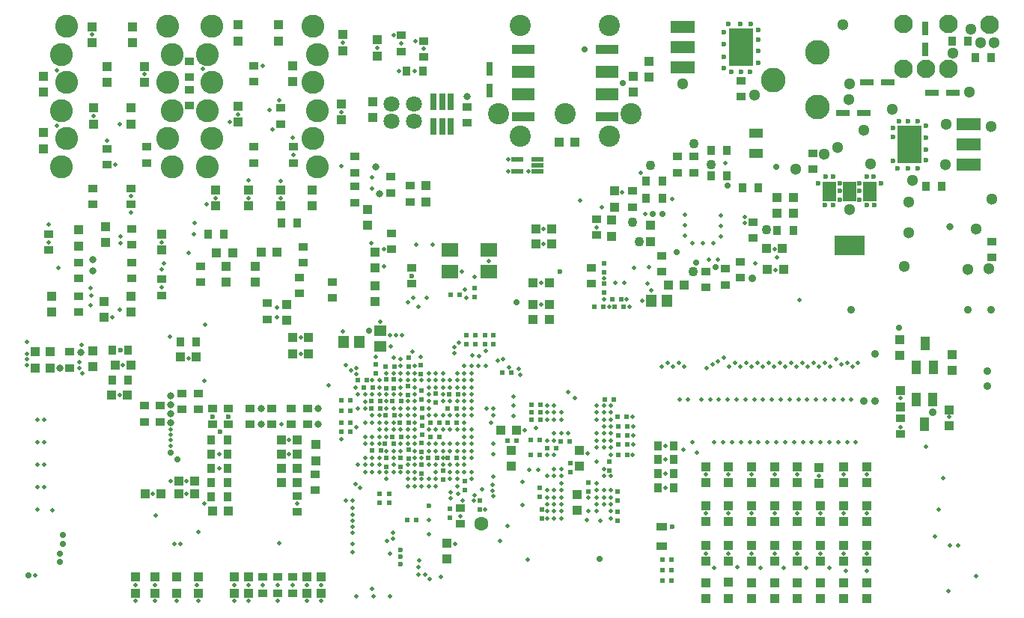
<source format=gbr>
G04 Layer_Color=16711935*
%FSLAX45Y45*%
%MOMM*%
%TF.FileFunction,Soldermask,Bot*%
%TF.Part,Single*%
G01*
G75*
%TA.AperFunction,ViaPad*%
%ADD72C,0.80000*%
%ADD75C,0.50000*%
%ADD76C,0.60000*%
%ADD91C,0.70000*%
%TA.AperFunction,SMDPad,CuDef*%
%ADD121R,1.10000X1.10000*%
%ADD122R,1.10000X1.10000*%
%ADD123R,0.90000X1.10000*%
%ADD126R,1.10000X0.90000*%
%ADD149R,1.10000X1.60000*%
%ADD151R,2.60000X1.11600*%
%ADD152R,2.60000X1.37000*%
%ADD153R,3.40000X2.30000*%
%ADD154R,1.50000X2.30000*%
%ADD155R,1.50000X1.10000*%
%ADD156R,1.90000X1.50000*%
%ADD159R,1.34000X0.54000*%
%ADD160R,1.24460X1.37160*%
%ADD162R,0.59000X0.49000*%
%ADD163R,1.60000X0.70000*%
%ADD170R,0.70000X1.60000*%
%TA.AperFunction,ViaPad*%
%ADD175C,0.10000*%
%ADD176C,2.10000*%
%TA.AperFunction,ComponentPad*%
%ADD177C,2.60000*%
%ADD178C,0.10000*%
%ADD179C,1.80000*%
%ADD180C,2.40000*%
%ADD181C,2.80000*%
%ADD182C,2.10000*%
%TA.AperFunction,ViaPad*%
%ADD183C,0.90000*%
%ADD184C,1.30000*%
%ADD185C,1.10000*%
%TA.AperFunction,SMDPad,CuDef*%
%ADD189R,0.49000X0.59000*%
%ADD190R,2.80000X1.40000*%
%ADD191R,2.80000X4.20000*%
%ADD192R,0.70000X1.90000*%
%ADD193R,1.30160X0.90160*%
%ADD194R,1.37160X1.24460*%
%ADD195C,1.60000*%
D72*
X3140000Y9512500D02*
D03*
X13200000Y11120000D02*
D03*
X3370000Y9690000D02*
D03*
X4390000Y8900000D02*
D03*
X5410000Y9060000D02*
D03*
Y8880000D02*
D03*
X6060000Y9060000D02*
D03*
Y8880000D02*
D03*
X4390000Y9100000D02*
D03*
Y9000000D02*
D03*
Y9200000D02*
D03*
X6750000Y11490000D02*
D03*
X6710000Y11790000D02*
D03*
X7740000Y12590000D02*
D03*
X3509999Y10620000D02*
D03*
X3509999Y10747000D02*
D03*
D75*
X8727999Y8695508D02*
D03*
X6750018Y8419987D02*
D03*
X6670018D02*
D03*
X6590018D02*
D03*
X6510018D02*
D03*
X8646300Y8697202D02*
D03*
X7132500Y10310000D02*
D03*
X7282500D02*
D03*
X7167500Y10910000D02*
D03*
X7352500D02*
D03*
X7125000Y9700000D02*
D03*
X11220000Y10865530D02*
D03*
X8727963Y7895541D02*
D03*
X8647963D02*
D03*
X9288000Y8935500D02*
D03*
X9207993Y8615492D02*
D03*
X9207963Y8455542D02*
D03*
X9287961Y8375502D02*
D03*
X7710000Y8900000D02*
D03*
X8395500Y8816500D02*
D03*
X5620000Y7537500D02*
D03*
X6370000Y8020000D02*
D03*
X6450000D02*
D03*
X6450000Y7930000D02*
D03*
X6480000Y8200000D02*
D03*
X8271400Y9191900D02*
D03*
X8525000Y8842500D02*
D03*
X8015000Y8900000D02*
D03*
X8449208Y8366661D02*
D03*
X8550736D02*
D03*
X6590000Y9220000D02*
D03*
X6510000D02*
D03*
X9617500Y8537500D02*
D03*
X9247982Y7790482D02*
D03*
X9208003Y7895541D02*
D03*
X9098003Y7798041D02*
D03*
X9118003Y7895541D02*
D03*
X8197500Y7731671D02*
D03*
X8648002Y9095500D02*
D03*
X9207961Y8215502D02*
D03*
X8807963Y8215541D02*
D03*
X9207961Y7975501D02*
D03*
X9287961D02*
D03*
X9620000Y8649000D02*
D03*
X9625000Y8752500D02*
D03*
X9368000Y8695499D02*
D03*
X9288000D02*
D03*
X8728002Y8535499D02*
D03*
Y8375542D02*
D03*
X7790000Y8820015D02*
D03*
X8042726Y8540057D02*
D03*
X7789984Y8740016D02*
D03*
X8042800Y8660000D02*
D03*
X8807963Y7815541D02*
D03*
X11230500Y10628000D02*
D03*
X9270000Y11340000D02*
D03*
X4800000Y11370000D02*
D03*
X5270000Y11640000D02*
D03*
X9800000Y10660000D02*
D03*
X13189999Y6990100D02*
D03*
X13500000Y7160000D02*
D03*
X9419981Y10479979D02*
D03*
X9630000Y10650000D02*
D03*
X6760000Y10040000D02*
D03*
X6870000Y9890000D02*
D03*
X9210000Y11110000D02*
D03*
X8610000Y11090000D02*
D03*
Y10920000D02*
D03*
X6490000Y8850000D02*
D03*
X6430000Y9490000D02*
D03*
X6370000Y9550000D02*
D03*
X6830000Y8260000D02*
D03*
X6830000Y8340000D02*
D03*
X6910000D02*
D03*
X6989948Y8340051D02*
D03*
X6710000Y9645000D02*
D03*
X6750000Y8660000D02*
D03*
X6830000Y8740000D02*
D03*
X6590000Y8740000D02*
D03*
X6830000Y8820000D02*
D03*
X8373000Y7970500D02*
D03*
X7629999Y8820000D02*
D03*
X9287961Y8295502D02*
D03*
X8807960Y8775542D02*
D03*
X8727960Y8775500D02*
D03*
X9615000Y8967500D02*
D03*
X9620000Y8855000D02*
D03*
X4380000Y9870000D02*
D03*
X4780000Y10010000D02*
D03*
X10390000Y9160001D02*
D03*
X10708000Y9530000D02*
D03*
X10454000Y9520000D02*
D03*
X10517500Y9562000D02*
D03*
X10581000Y9590000D02*
D03*
X10644500Y9632000D02*
D03*
X7950000Y9710000D02*
D03*
X7800000Y9660000D02*
D03*
X7710000Y9540000D02*
D03*
X5600000Y6880000D02*
D03*
X4210000D02*
D03*
X3990000D02*
D03*
X6090000D02*
D03*
X5930000D02*
D03*
X5270000D02*
D03*
X5110000D02*
D03*
X4700000Y6880000D02*
D03*
X4460000Y6880000D02*
D03*
X7790019Y9380018D02*
D03*
X7949986Y9539981D02*
D03*
X7710001Y8500000D02*
D03*
Y8420000D02*
D03*
X7790000Y8980000D02*
D03*
X7710001D02*
D03*
Y9060000D02*
D03*
X7790000D02*
D03*
X8372988Y8226961D02*
D03*
X9368000Y9095500D02*
D03*
X9288000Y9015500D02*
D03*
X9368000D02*
D03*
X9208000Y8775500D02*
D03*
Y8695499D02*
D03*
X9367961Y8135502D02*
D03*
X9287961D02*
D03*
X9207961Y8055502D02*
D03*
X9287961D02*
D03*
X9367961D02*
D03*
Y7975501D02*
D03*
Y7895501D02*
D03*
Y7815501D02*
D03*
X8647963Y7815541D02*
D03*
X8807963Y7895541D02*
D03*
X8727963Y7975541D02*
D03*
X8647963D02*
D03*
Y8055541D02*
D03*
X8727963D02*
D03*
X8807963Y8135541D02*
D03*
X8727963D02*
D03*
X8647963D02*
D03*
X8807963Y8055541D02*
D03*
X8647963Y8295541D02*
D03*
X8727963D02*
D03*
X8887960Y8775500D02*
D03*
X8648002Y8935500D02*
D03*
Y9015500D02*
D03*
X8728002D02*
D03*
X8808002Y8935500D02*
D03*
Y9015500D02*
D03*
X8648002Y8535499D02*
D03*
X8807963Y7975541D02*
D03*
X8042800Y8290500D02*
D03*
X8271401Y8976166D02*
D03*
X8728002Y8935500D02*
D03*
X8042765Y8979899D02*
D03*
X9208000Y9095500D02*
D03*
X9288000D02*
D03*
X8271375Y9095540D02*
D03*
X9288000Y8615499D02*
D03*
X9368000Y8535499D02*
D03*
Y8615499D02*
D03*
X9288000Y8855500D02*
D03*
X9368000Y8775500D02*
D03*
X9288000D02*
D03*
X7709986Y9219982D02*
D03*
X7790000Y9220000D02*
D03*
Y8500000D02*
D03*
X7710000Y8580000D02*
D03*
X7789986Y9139982D02*
D03*
X7710000Y9300000D02*
D03*
X7790000Y8580000D02*
D03*
X7070000Y8660000D02*
D03*
X7150000Y8820000D02*
D03*
Y8900000D02*
D03*
Y8660000D02*
D03*
X7310000Y8660000D02*
D03*
X7390000D02*
D03*
X7310000Y8820000D02*
D03*
X6750000Y8980000D02*
D03*
X7070000D02*
D03*
X7150000D02*
D03*
Y9220000D02*
D03*
X7310000Y9140000D02*
D03*
X7630000Y8180000D02*
D03*
X7470000Y8820000D02*
D03*
Y8980000D02*
D03*
X7550000Y8820000D02*
D03*
X7470000Y9140000D02*
D03*
X6749988Y8819982D02*
D03*
X7229987Y8499983D02*
D03*
X7470000Y8580000D02*
D03*
X6990000Y8660000D02*
D03*
X7710000Y8820000D02*
D03*
X7310000Y8420000D02*
D03*
X7469986Y9459981D02*
D03*
X7630000Y8420000D02*
D03*
X6990000Y8820000D02*
D03*
X7150000Y8740000D02*
D03*
X7469983Y8659983D02*
D03*
X7630000Y8260000D02*
D03*
X7709986Y9459981D02*
D03*
X7389986Y8579983D02*
D03*
X6910000Y8420000D02*
D03*
X7790000Y8340000D02*
D03*
X6830000Y8580000D02*
D03*
Y9060000D02*
D03*
X6990000Y9300000D02*
D03*
X7150000Y8500000D02*
D03*
Y9300000D02*
D03*
X7390000D02*
D03*
X7470000D02*
D03*
X7549981Y9299981D02*
D03*
X7630000Y9300000D02*
D03*
X7709986Y9139982D02*
D03*
X7069987Y8259983D02*
D03*
Y8419983D02*
D03*
X7390000Y8420000D02*
D03*
X7710000Y8340000D02*
D03*
X7470000Y8420000D02*
D03*
X6589988Y8339987D02*
D03*
X7150000Y8340000D02*
D03*
X7550000Y8260000D02*
D03*
X6670000Y9220000D02*
D03*
X6910000Y8500000D02*
D03*
X6909987Y8899982D02*
D03*
X7310000Y9300000D02*
D03*
X7630000Y8340000D02*
D03*
X6669988Y8339987D02*
D03*
X7630000Y8980000D02*
D03*
X7789986Y9299981D02*
D03*
X7150000Y8420000D02*
D03*
X7070000Y8820000D02*
D03*
X7230000Y8260000D02*
D03*
X6990000Y9060000D02*
D03*
X7310000Y8980000D02*
D03*
X7390000Y8820000D02*
D03*
X6989987Y8979982D02*
D03*
X6910000Y9060000D02*
D03*
X7309987Y9219982D02*
D03*
X6830000Y8900000D02*
D03*
X6990000Y8580000D02*
D03*
X7630000Y9140000D02*
D03*
X7629986Y8579983D02*
D03*
X7710000Y8660000D02*
D03*
X7470000Y8500000D02*
D03*
X6910000Y8580000D02*
D03*
Y8819999D02*
D03*
X7150000Y8580000D02*
D03*
X7310000Y9060000D02*
D03*
X7150000Y9140000D02*
D03*
X7549986Y8659983D02*
D03*
X7390000Y8980000D02*
D03*
X7550000D02*
D03*
Y8420000D02*
D03*
Y8580000D02*
D03*
Y9140000D02*
D03*
X7630000Y8660000D02*
D03*
X7470000Y9220000D02*
D03*
X7710000Y8740000D02*
D03*
X7790000Y8260000D02*
D03*
X7550000Y8340000D02*
D03*
X7150017Y8179987D02*
D03*
X7389987Y8179983D02*
D03*
X7310017Y8179987D02*
D03*
X7230017D02*
D03*
X7070017D02*
D03*
X7555000Y8040000D02*
D03*
X6840000Y7560000D02*
D03*
X6900000Y7650000D02*
D03*
Y7590000D02*
D03*
X7389987Y8259983D02*
D03*
X7310017Y8259957D02*
D03*
X7390000Y8340000D02*
D03*
X6870000Y7420000D02*
D03*
Y6930000D02*
D03*
X6680000D02*
D03*
X6490000Y6930000D02*
D03*
X7149987Y8259983D02*
D03*
X6450000Y7430000D02*
D03*
X4770000Y7980000D02*
D03*
X4940000Y8380000D02*
D03*
X10210000Y11012500D02*
D03*
Y11132500D02*
D03*
Y11252500D02*
D03*
X10480000Y10740000D02*
D03*
X4430000Y7530000D02*
D03*
X4500000D02*
D03*
X5590000Y10090000D02*
D03*
Y10205999D02*
D03*
X3355019Y9585019D02*
D03*
X3390000Y9460000D02*
D03*
X6320000Y12415000D02*
D03*
X6334338Y13199071D02*
D03*
X6320000Y11800000D02*
D03*
X6670000Y11550000D02*
D03*
Y11677000D02*
D03*
X2760000Y9680000D02*
D03*
Y9550000D02*
D03*
Y9615000D02*
D03*
Y9810000D02*
D03*
X3730000Y10090000D02*
D03*
X3479999Y10423000D02*
D03*
X3010000Y11140000D02*
D03*
X4290000Y10630000D02*
D03*
X3760000Y11820000D02*
D03*
X3010000Y10940000D02*
D03*
X4290000Y10430000D02*
D03*
X3810000Y12280000D02*
D03*
X3940000Y11460000D02*
D03*
X3500000Y13289999D02*
D03*
X3670000Y12090000D02*
D03*
X4090000Y12839999D02*
D03*
X3520000Y12370000D02*
D03*
X3100000Y12889999D02*
D03*
X3819999Y11010000D02*
D03*
X8206959Y11745000D02*
D03*
Y11875000D02*
D03*
X8440000Y11745000D02*
D03*
X10409999Y10927499D02*
D03*
X10529999D02*
D03*
X10289999D02*
D03*
X10609999Y11007499D02*
D03*
Y11127499D02*
D03*
Y11247499D02*
D03*
X10740000Y8680000D02*
D03*
X10640000D02*
D03*
X4589999Y10820000D02*
D03*
X4750000Y12900000D02*
D03*
X5150000Y12390000D02*
D03*
X5430000Y12939999D02*
D03*
X5620000Y12550000D02*
D03*
X5770000Y12120000D02*
D03*
X5060000Y12300000D02*
D03*
X5270000Y11440000D02*
D03*
X5630000D02*
D03*
X5540000Y12220000D02*
D03*
X5630000Y11630000D02*
D03*
X4900000Y11440000D02*
D03*
X6669988Y8979982D02*
D03*
X7309987Y8579983D02*
D03*
X7070000Y8740000D02*
D03*
X6750000Y8500000D02*
D03*
X7789982Y9459981D02*
D03*
X2860000Y7170000D02*
D03*
X3940000Y11280000D02*
D03*
X4210000Y7060000D02*
D03*
X3990000D02*
D03*
X2880000Y8676000D02*
D03*
X2960000Y8168000D02*
D03*
X2880000D02*
D03*
Y7914000D02*
D03*
X5110000Y7060000D02*
D03*
X5930000D02*
D03*
X6090000D02*
D03*
X5600000D02*
D03*
X5770000D02*
D03*
X5430000D02*
D03*
X5270000D02*
D03*
X3360000Y9520000D02*
D03*
X6750000Y8899999D02*
D03*
X6589970Y8900000D02*
D03*
X6730000Y13139999D02*
D03*
X5510000Y12440000D02*
D03*
X7000000Y13189999D02*
D03*
X6910000Y13280000D02*
D03*
X7160000Y13220000D02*
D03*
X7250000Y13130000D02*
D03*
X5780000Y11930000D02*
D03*
X6970000Y12880000D02*
D03*
X7150000D02*
D03*
X6800000Y10860000D02*
D03*
X6590001Y8500000D02*
D03*
X6670001D02*
D03*
X6450000Y7790000D02*
D03*
Y7860000D02*
D03*
Y7720000D02*
D03*
X6670000Y8900000D02*
D03*
X6530000Y8160000D02*
D03*
X4390000Y8820000D02*
D03*
Y8760000D02*
D03*
Y8700000D02*
D03*
Y8640000D02*
D03*
X6660000Y10930000D02*
D03*
X2960000Y8930000D02*
D03*
X2880000D02*
D03*
X2960000Y8676000D02*
D03*
X3810000Y9210000D02*
D03*
X3850000Y9550000D02*
D03*
X4940000Y8540000D02*
D03*
X4590000Y9630000D02*
D03*
X6450000Y7650000D02*
D03*
X5730000Y8700000D02*
D03*
Y8540000D02*
D03*
X5820000Y7980000D02*
D03*
X6180000Y9320000D02*
D03*
X4570000Y8090000D02*
D03*
X4220000Y7850000D02*
D03*
X5860000Y9860000D02*
D03*
Y9680000D02*
D03*
X5640000Y8880000D02*
D03*
X4570000Y8240000D02*
D03*
X4190000Y8090000D02*
D03*
X4390000Y8240000D02*
D03*
X10065000Y11430000D02*
D03*
X9760000Y11260000D02*
D03*
X10880000Y11160000D02*
D03*
X10880000Y11230000D02*
D03*
X11500000Y10290000D02*
D03*
X10660000Y11840000D02*
D03*
X10940000Y8680000D02*
D03*
X7190000Y7260000D02*
D03*
X7190000Y7180000D02*
D03*
X7200000Y7340000D02*
D03*
X7320000Y7130000D02*
D03*
X7270000Y7180000D02*
D03*
X2880000Y8422000D02*
D03*
X2960000D02*
D03*
X3050000Y7910000D02*
D03*
X6450000Y7530000D02*
D03*
X7642500Y8090000D02*
D03*
X7310000Y7640000D02*
D03*
X10771500Y9572000D02*
D03*
X10898500D02*
D03*
X11025500D02*
D03*
X11152500D02*
D03*
X11279500D02*
D03*
X11406500D02*
D03*
X11533500D02*
D03*
X11660500D02*
D03*
X11787500D02*
D03*
X11914500Y9622000D02*
D03*
X12041500Y9572000D02*
D03*
X10590000Y9160001D02*
D03*
X10840000Y8680000D02*
D03*
X11140000D02*
D03*
X11040000D02*
D03*
X11940000D02*
D03*
X11440000D02*
D03*
X12040000D02*
D03*
X12140000D02*
D03*
X10790000Y9160001D02*
D03*
X11090000D02*
D03*
X10990000D02*
D03*
X10890000D02*
D03*
X11590000Y9160001D02*
D03*
X11790000Y9160001D02*
D03*
X11690000D02*
D03*
X11990000D02*
D03*
X11890000Y9160001D02*
D03*
X12090000Y9160001D02*
D03*
X10490000D02*
D03*
X10540000Y8680000D02*
D03*
X10835000Y9530000D02*
D03*
X11216000D02*
D03*
X11343000D02*
D03*
X11089000D02*
D03*
X10962000D02*
D03*
X11724000D02*
D03*
X11851000D02*
D03*
X11597000D02*
D03*
X12105000D02*
D03*
X11978000Y9560000D02*
D03*
X10073000Y9530000D02*
D03*
X9946000D02*
D03*
X10200000D02*
D03*
X10136500Y9572000D02*
D03*
X10009500D02*
D03*
X11470000Y9530000D02*
D03*
X7552500Y8110000D02*
D03*
X7870000Y9540000D02*
D03*
X7790000D02*
D03*
X7880000Y9650000D02*
D03*
X12163500Y9572000D02*
D03*
X7629981Y9459981D02*
D03*
X10690000Y9160001D02*
D03*
X7310000Y9460000D02*
D03*
X7389986Y9459981D02*
D03*
X7230000Y9380000D02*
D03*
X7390014Y9379981D02*
D03*
X7470014D02*
D03*
X7550014D02*
D03*
X7310014D02*
D03*
X7710014D02*
D03*
X7630000Y9380000D02*
D03*
X8959712Y9174605D02*
D03*
X6800000Y10670000D02*
D03*
X7189985Y10209980D02*
D03*
X7077500Y10260000D02*
D03*
X8580000Y10240000D02*
D03*
X6940000Y9890000D02*
D03*
X7010000D02*
D03*
X8580000Y10480000D02*
D03*
X7990000Y10730000D02*
D03*
X7730000Y10310000D02*
D03*
X7720000Y10409200D02*
D03*
X7830000Y10550000D02*
D03*
X11840000Y8680000D02*
D03*
X11740000D02*
D03*
X11640000D02*
D03*
X11390000Y9160001D02*
D03*
X11490000Y9160001D02*
D03*
X11540000Y8680000D02*
D03*
X11290000Y9160001D02*
D03*
X11190000Y9160001D02*
D03*
X11240000Y8680000D02*
D03*
X11340000D02*
D03*
X10440000Y7420000D02*
D03*
X10699734Y7420000D02*
D03*
X10960000Y7420000D02*
D03*
X11220000D02*
D03*
X11480000D02*
D03*
X11740000D02*
D03*
X12000000D02*
D03*
X12260000D02*
D03*
X12260000Y7870000D02*
D03*
X12000000D02*
D03*
X11740000D02*
D03*
X11480000D02*
D03*
X11220000D02*
D03*
X10960000D02*
D03*
X10699735Y7870000D02*
D03*
X10440000Y7870000D02*
D03*
X12260000Y8310000D02*
D03*
X12000000D02*
D03*
X11480000D02*
D03*
X11220000D02*
D03*
X10960000D02*
D03*
X10699735Y8310000D02*
D03*
X10440000Y8310000D02*
D03*
X11720000Y8300000D02*
D03*
X10539735Y7259735D02*
D03*
X10800000Y7260456D02*
D03*
X11060000Y7259735D02*
D03*
X11320000D02*
D03*
X11579733D02*
D03*
X11839733Y7259735D02*
D03*
X12029732Y7219735D02*
D03*
X12259735Y7219735D02*
D03*
X8150000Y9620000D02*
D03*
X7690000Y8020000D02*
D03*
X7680000Y10610000D02*
D03*
X9520000Y10480000D02*
D03*
X12930000Y8630000D02*
D03*
X9990000Y8160000D02*
D03*
X10340000Y8560000D02*
D03*
X10290000Y8680000D02*
D03*
X10190000Y8590000D02*
D03*
X13035001Y7615000D02*
D03*
X13130000Y8270000D02*
D03*
X13200000Y7510000D02*
D03*
X13300000D02*
D03*
X10150000Y9160000D02*
D03*
X10240000Y9160001D02*
D03*
X9990000Y8640000D02*
D03*
Y8480000D02*
D03*
Y8320000D02*
D03*
X9780000Y10470000D02*
D03*
X11250000Y10770000D02*
D03*
X11000000Y10700000D02*
D03*
X10580000Y10740000D02*
D03*
X13080000Y7920000D02*
D03*
X7450000Y7150000D02*
D03*
X6670000Y7020000D02*
D03*
X9497500Y11505000D02*
D03*
X6490000Y9450000D02*
D03*
Y9520000D02*
D03*
X6590000Y8659999D02*
D03*
X6670000Y8660000D02*
D03*
X6670001Y8740000D02*
D03*
X6750000Y8740000D02*
D03*
X6320800Y8710000D02*
D03*
X9710000Y11730000D02*
D03*
X7610000Y7527500D02*
D03*
X4290000Y10940000D02*
D03*
X3819999Y10931000D02*
D03*
X3479999Y10230000D02*
D03*
X3384840Y9780000D02*
D03*
X4650000Y11030000D02*
D03*
X4310000Y10700000D02*
D03*
X3810000Y10180000D02*
D03*
X3100000Y12260000D02*
D03*
X4690000Y7060000D02*
D03*
X4700000Y7660000D02*
D03*
X8888100Y9245400D02*
D03*
X8035000Y8070000D02*
D03*
X9107521Y8555019D02*
D03*
X6749988Y8339987D02*
D03*
X7070001Y8340000D02*
D03*
X9207961Y8135502D02*
D03*
X9112500Y8052500D02*
D03*
X8808002Y8295541D02*
D03*
Y8375542D02*
D03*
X7790000Y8660000D02*
D03*
X9367961Y8295502D02*
D03*
X13195000Y8965000D02*
D03*
X12642500Y9180000D02*
D03*
Y8847500D02*
D03*
X6990000Y9220000D02*
D03*
X6750000Y9380000D02*
D03*
X6670000D02*
D03*
X6830000Y9140000D02*
D03*
X6749988Y9299981D02*
D03*
X6750000Y9220000D02*
D03*
X6910000Y9220000D02*
D03*
X6830000Y9220000D02*
D03*
X6589987Y9059982D02*
D03*
X6510000Y9060000D02*
D03*
X6588000Y9139000D02*
D03*
X7070000Y9060000D02*
D03*
X7150000D02*
D03*
X7070000Y9140000D02*
D03*
X6340000Y9932500D02*
D03*
X6482500Y9297500D02*
D03*
X6829986Y9459981D02*
D03*
X6910000Y9635000D02*
D03*
X6990000Y9620000D02*
D03*
X7150000Y9540000D02*
D03*
X7220000Y9640000D02*
D03*
X6990000Y9540000D02*
D03*
X7150000Y9460000D02*
D03*
X7070000D02*
D03*
X6990000D02*
D03*
X6910000D02*
D03*
X7150000Y9380000D02*
D03*
X7069987Y9379981D02*
D03*
X6989987D02*
D03*
X6879188Y9761688D02*
D03*
X7945000Y7917500D02*
D03*
X7311866Y7795634D02*
D03*
X9290000Y10536250D02*
D03*
X9545000Y10292500D02*
D03*
X9348750Y10207500D02*
D03*
X9290000Y10292500D02*
D03*
X9824188Y10399188D02*
D03*
X9721230Y10281270D02*
D03*
X8220000Y9527500D02*
D03*
X9580000Y10207500D02*
D03*
X9368000Y8855500D02*
D03*
X8728002Y9095500D02*
D03*
X9368000Y8935500D02*
D03*
X8090000Y9600000D02*
D03*
X8322500Y9510000D02*
D03*
X7966601Y9060016D02*
D03*
X8042801D02*
D03*
X8032900Y8193800D02*
D03*
X8032700Y8130300D02*
D03*
X7911400Y8147100D02*
D03*
X8342500Y9442500D02*
D03*
X8118300Y7564200D02*
D03*
X7667500Y7837500D02*
D03*
X7830000Y8080000D02*
D03*
X7600000Y9756790D02*
D03*
X7600370Y9682973D02*
D03*
X7650000Y9805000D02*
D03*
X7815381Y8014619D02*
D03*
X8424200Y7347500D02*
D03*
X9207961Y9015500D02*
D03*
X9208000Y8935500D02*
D03*
X8727963Y7815541D02*
D03*
X4662500Y11162500D02*
D03*
X4770000Y9370000D02*
D03*
X9017500Y11415000D02*
D03*
X3120000Y10650000D02*
D03*
X3492500Y10335000D02*
D03*
D76*
X12427500Y11610000D02*
D03*
X12342500Y11685000D02*
D03*
X12260000D02*
D03*
X12182500Y11610000D02*
D03*
Y11520000D02*
D03*
X12260000Y11360000D02*
D03*
X12350000D02*
D03*
X12182500Y11420000D02*
D03*
X11957500D02*
D03*
X6990000Y7460000D02*
D03*
Y7380000D02*
D03*
Y7300000D02*
D03*
X7310000Y7960000D02*
D03*
X12560000Y12230000D02*
D03*
Y11860000D02*
D03*
Y12130000D02*
D03*
X12930000Y12120000D02*
D03*
Y11990000D02*
D03*
Y11870000D02*
D03*
Y12260000D02*
D03*
X12839999Y12310000D02*
D03*
X12730000D02*
D03*
X12630000D02*
D03*
X12730000Y11780000D02*
D03*
X12610000D02*
D03*
X12839999D02*
D03*
X10940000Y12870000D02*
D03*
X10840000D02*
D03*
X10730000D02*
D03*
X10650000Y13180000D02*
D03*
Y13039999D02*
D03*
Y12910001D02*
D03*
X10700000Y13410001D02*
D03*
X10830000D02*
D03*
X10950000D02*
D03*
X11040000Y13339999D02*
D03*
Y13230000D02*
D03*
Y13110001D02*
D03*
Y12970000D02*
D03*
X11790000Y11360000D02*
D03*
X11880000D02*
D03*
X11957500Y11520000D02*
D03*
Y11610000D02*
D03*
X11880000Y11685000D02*
D03*
X11797500D02*
D03*
X11712500Y11610000D02*
D03*
X4860000Y8970000D02*
D03*
X5040000D02*
D03*
X3820000Y9720000D02*
D03*
X4950000Y8800000D02*
D03*
X10650000Y13320000D02*
D03*
X7120000Y10560000D02*
D03*
X8790000Y10610000D02*
D03*
X10060000Y7720000D02*
D03*
D91*
X9070000Y13120000D02*
D03*
X9505000Y12745000D02*
D03*
X9240000Y7360000D02*
D03*
X4470000Y8480000D02*
D03*
X2780000Y7172000D02*
D03*
X3140000Y7320000D02*
D03*
Y7420000D02*
D03*
X3170000Y7530000D02*
D03*
Y7630000D02*
D03*
X4390000Y8560000D02*
D03*
X9840000Y11260000D02*
D03*
X9950000D02*
D03*
X10690000Y11580000D02*
D03*
X11240000Y11790000D02*
D03*
X6630000Y9939488D02*
D03*
X12630000Y9970000D02*
D03*
X10110000Y10830000D02*
D03*
X10330000Y10710000D02*
D03*
X10550000Y10660000D02*
D03*
X8300000Y10260000D02*
D03*
D121*
X8700000Y11090000D02*
D03*
X8520000D02*
D03*
X8700000Y10920000D02*
D03*
X8520000D02*
D03*
X5090000Y10820000D02*
D03*
X4910000D02*
D03*
X5410000Y10830000D02*
D03*
X5590000D02*
D03*
X8960000Y12070000D02*
D03*
X8780000D02*
D03*
X5640000Y8700000D02*
D03*
X5820000D02*
D03*
X5640000Y8540000D02*
D03*
X5820000D02*
D03*
X5640000Y8380000D02*
D03*
X5820000D02*
D03*
X5640000Y8220000D02*
D03*
X5820000D02*
D03*
X3760000Y9550000D02*
D03*
X3940000D02*
D03*
X3720000Y9210000D02*
D03*
X3900000D02*
D03*
X5040000Y7900000D02*
D03*
X4860000D02*
D03*
X4500000Y9640000D02*
D03*
X4680000D02*
D03*
X4660000Y8090000D02*
D03*
X4480000D02*
D03*
X4280000D02*
D03*
X4100000D02*
D03*
X4660000Y8240000D02*
D03*
X4480000D02*
D03*
X5950000Y9860000D02*
D03*
X5770000D02*
D03*
X5950000Y9680000D02*
D03*
X5770000D02*
D03*
X10200000Y10460000D02*
D03*
X10020000D02*
D03*
X11250000Y11270000D02*
D03*
X11430000D02*
D03*
X11250000Y11450000D02*
D03*
X11430000D02*
D03*
X8490000Y10070000D02*
D03*
X8670000D02*
D03*
X8490000Y10240000D02*
D03*
X8670000D02*
D03*
X8490000Y10480000D02*
D03*
X8670000D02*
D03*
X8304500Y8815500D02*
D03*
X8124500D02*
D03*
X11320000Y10630000D02*
D03*
X11140000D02*
D03*
X11310000Y10870000D02*
D03*
X11130000D02*
D03*
D122*
X9013000Y8408000D02*
D03*
Y8588000D02*
D03*
X8241000Y8406000D02*
D03*
Y8586000D02*
D03*
X9380000Y11010000D02*
D03*
Y11190000D02*
D03*
X8988000Y8084000D02*
D03*
Y7904000D02*
D03*
X9820000Y10950000D02*
D03*
Y11130000D02*
D03*
X6672500Y12350000D02*
D03*
Y12530000D02*
D03*
X5700000Y10060000D02*
D03*
Y10240000D02*
D03*
X6700000Y10270000D02*
D03*
Y10450000D02*
D03*
X5020000Y10670000D02*
D03*
Y10490000D02*
D03*
X5350000Y10670000D02*
D03*
Y10490000D02*
D03*
X4700000Y6970000D02*
D03*
Y7150000D02*
D03*
X4460000Y6970000D02*
D03*
Y7150000D02*
D03*
X4210000Y6970000D02*
D03*
Y7150000D02*
D03*
X3990000Y6970000D02*
D03*
Y7150000D02*
D03*
X6320000Y12505000D02*
D03*
Y12325000D02*
D03*
X6334338Y13289070D02*
D03*
Y13109070D02*
D03*
X9410000Y11520000D02*
D03*
Y11340000D02*
D03*
X9800000Y12989999D02*
D03*
Y12810001D02*
D03*
X7280000Y11400000D02*
D03*
Y11580000D02*
D03*
X6620000Y11310000D02*
D03*
Y11130000D02*
D03*
X3045000Y10152500D02*
D03*
Y10332500D02*
D03*
X3350000Y11080000D02*
D03*
Y10900000D02*
D03*
X3520000Y12280000D02*
D03*
Y12460000D02*
D03*
X4090000Y12750000D02*
D03*
Y12930000D02*
D03*
X3940000Y12280000D02*
D03*
Y12460000D02*
D03*
X3960000Y13200000D02*
D03*
Y13380000D02*
D03*
X3650000Y11120000D02*
D03*
Y10940000D02*
D03*
X2950000Y12180000D02*
D03*
Y12000000D02*
D03*
X3640000Y10270000D02*
D03*
Y10090000D02*
D03*
X2860000Y9700000D02*
D03*
Y9520000D02*
D03*
X3030001Y9700000D02*
D03*
Y9520000D02*
D03*
X3670000Y12930000D02*
D03*
Y12750000D02*
D03*
X2950000Y12820000D02*
D03*
Y12640000D02*
D03*
X3500000Y13380000D02*
D03*
Y13200000D02*
D03*
X3510000Y9710000D02*
D03*
Y9530000D02*
D03*
X3940000Y10330000D02*
D03*
Y10150000D02*
D03*
X4290000Y11030000D02*
D03*
Y10850000D02*
D03*
X5150000Y13400000D02*
D03*
Y13220000D02*
D03*
X5610000Y13400000D02*
D03*
Y13220000D02*
D03*
X5770000Y12760000D02*
D03*
Y12939999D02*
D03*
X5150000Y12300000D02*
D03*
Y12480000D02*
D03*
X5630000Y11530000D02*
D03*
Y11350000D02*
D03*
X5270000D02*
D03*
Y11530000D02*
D03*
X4900000D02*
D03*
Y11350000D02*
D03*
X5990000D02*
D03*
Y11530000D02*
D03*
X9620000Y12640000D02*
D03*
Y12820000D02*
D03*
X6730000Y13230000D02*
D03*
Y13050000D02*
D03*
X6700000Y10830000D02*
D03*
Y10650000D02*
D03*
X6030000Y8470000D02*
D03*
Y8650000D02*
D03*
X12260000Y7510000D02*
D03*
Y7330000D02*
D03*
X12259735Y6910000D02*
D03*
Y7090001D02*
D03*
X12000000Y8400000D02*
D03*
Y8220000D02*
D03*
X11999732Y6910000D02*
D03*
Y7090000D02*
D03*
X11740000Y7510000D02*
D03*
Y7330000D02*
D03*
X11739733Y6910000D02*
D03*
Y7090000D02*
D03*
X11480000Y7510000D02*
D03*
Y7330000D02*
D03*
X11479733Y6910000D02*
D03*
Y7090000D02*
D03*
X11220000Y7510000D02*
D03*
Y7330000D02*
D03*
X11220000Y7960000D02*
D03*
Y7780000D02*
D03*
X10960000Y7510000D02*
D03*
Y7330000D02*
D03*
Y6910000D02*
D03*
Y7090000D02*
D03*
X10699734Y7510000D02*
D03*
Y7330000D02*
D03*
X10700000Y6910721D02*
D03*
Y7090721D02*
D03*
X10440000Y8400000D02*
D03*
Y8220000D02*
D03*
X10439735Y6910000D02*
D03*
Y7090000D02*
D03*
X12260000Y8220000D02*
D03*
Y8400000D02*
D03*
Y7780000D02*
D03*
Y7960000D02*
D03*
X12000000Y7330000D02*
D03*
Y7510000D02*
D03*
X12000000Y7780000D02*
D03*
Y7960000D02*
D03*
X11720000Y8210000D02*
D03*
Y8390000D02*
D03*
X11740000Y7780000D02*
D03*
Y7960000D02*
D03*
X11480000Y8220000D02*
D03*
Y8400000D02*
D03*
Y7780000D02*
D03*
Y7960000D02*
D03*
X11220000Y8220000D02*
D03*
Y8400000D02*
D03*
X11220000Y7090000D02*
D03*
Y6910000D02*
D03*
X10960000Y8220000D02*
D03*
Y8400000D02*
D03*
Y7780000D02*
D03*
Y7960000D02*
D03*
X10700000Y8220000D02*
D03*
Y8400000D02*
D03*
Y7780000D02*
D03*
Y7960000D02*
D03*
X10440000Y7330000D02*
D03*
Y7510000D02*
D03*
X10440000Y7780000D02*
D03*
Y7960000D02*
D03*
X7512500Y7355000D02*
D03*
Y7535000D02*
D03*
X12642500Y9260000D02*
D03*
Y9080000D02*
D03*
X13227499Y9490000D02*
D03*
Y9670000D02*
D03*
X12632499Y9840000D02*
D03*
Y9660000D02*
D03*
X13197499Y9045000D02*
D03*
Y8865000D02*
D03*
X5270000Y7150000D02*
D03*
Y6970000D02*
D03*
X5110000Y7150000D02*
D03*
Y6970000D02*
D03*
X5930000Y7150000D02*
D03*
Y6970000D02*
D03*
X6090000Y7150000D02*
D03*
Y6970000D02*
D03*
D123*
X5640000Y11160000D02*
D03*
X5820000D02*
D03*
X4812500Y11030000D02*
D03*
X4992500D02*
D03*
X10680000Y11980000D02*
D03*
X10500000D02*
D03*
X10680000Y11690000D02*
D03*
X10500000D02*
D03*
X13110001Y11570000D02*
D03*
X12930000D02*
D03*
X13230000Y13220000D02*
D03*
X13410001D02*
D03*
X13489999Y13030000D02*
D03*
X13670000D02*
D03*
X7240000Y12880000D02*
D03*
X7060000D02*
D03*
X4850000Y8540000D02*
D03*
X5030000D02*
D03*
X4850000Y8380000D02*
D03*
X5030000D02*
D03*
X4850000Y8220000D02*
D03*
X5030000D02*
D03*
X4850000Y8700000D02*
D03*
X5030000D02*
D03*
X3730000Y9380000D02*
D03*
X3910000D02*
D03*
X3730000Y9720000D02*
D03*
X3910000D02*
D03*
X5030000Y8060000D02*
D03*
X4850000D02*
D03*
X4500000Y9810000D02*
D03*
X4680000D02*
D03*
X9950000Y11440000D02*
D03*
X9770000D02*
D03*
Y11630000D02*
D03*
X9950000D02*
D03*
X11430000Y11070000D02*
D03*
X11250000D02*
D03*
X11040000Y11560000D02*
D03*
X10860000D02*
D03*
X10080000Y8320000D02*
D03*
X9900000D02*
D03*
X10080000Y8160000D02*
D03*
X9900000D02*
D03*
X10080000Y8480000D02*
D03*
X9900000D02*
D03*
X10080000Y8640000D02*
D03*
X9900000D02*
D03*
D126*
X9210000Y11200000D02*
D03*
Y11020000D02*
D03*
X7120000Y10470000D02*
D03*
Y10650000D02*
D03*
X10980000Y11170000D02*
D03*
Y10990000D02*
D03*
X10440000Y10610000D02*
D03*
Y10430000D02*
D03*
X6470000Y11910000D02*
D03*
Y11730000D02*
D03*
Y11390000D02*
D03*
Y11570000D02*
D03*
X7100000Y11580000D02*
D03*
Y11400000D02*
D03*
X6220000Y10310000D02*
D03*
Y10490000D02*
D03*
X5850000Y10540000D02*
D03*
Y10360000D02*
D03*
X3349999Y10530000D02*
D03*
Y10710000D02*
D03*
X3010000Y11030000D02*
D03*
Y10850000D02*
D03*
X10310000Y11910000D02*
D03*
Y11730000D02*
D03*
X7250000Y13039999D02*
D03*
Y13220000D02*
D03*
X5480000Y10250000D02*
D03*
Y10070000D02*
D03*
X5890000Y10710000D02*
D03*
Y10890000D02*
D03*
X3949999Y10530000D02*
D03*
Y10710000D02*
D03*
X3250000Y9520000D02*
D03*
Y9700000D02*
D03*
X4290000Y10520001D02*
D03*
Y10340000D02*
D03*
X10660000Y10460000D02*
D03*
Y10640000D02*
D03*
X11650000Y11950000D02*
D03*
Y11770000D02*
D03*
X10840000Y12770000D02*
D03*
Y12590000D02*
D03*
X13680000Y10950000D02*
D03*
Y10770000D02*
D03*
X7740000Y12290000D02*
D03*
Y12470000D02*
D03*
X3670000Y12000000D02*
D03*
Y11820000D02*
D03*
X4120000Y12020000D02*
D03*
Y11840000D02*
D03*
X3940000Y11550000D02*
D03*
Y11370000D02*
D03*
X3510000Y11550000D02*
D03*
Y11370000D02*
D03*
X3349999Y10149000D02*
D03*
Y10329000D02*
D03*
X3952259Y11091000D02*
D03*
Y10911000D02*
D03*
X4730000Y10490000D02*
D03*
Y10670000D02*
D03*
X4605000Y12989999D02*
D03*
Y12810001D02*
D03*
Y12670000D02*
D03*
Y12490000D02*
D03*
X5330000Y12939999D02*
D03*
Y12760000D02*
D03*
Y12020000D02*
D03*
Y11840000D02*
D03*
X5780000D02*
D03*
Y12020000D02*
D03*
X5630000Y12280000D02*
D03*
Y12460000D02*
D03*
X4090000Y8910000D02*
D03*
Y9090000D02*
D03*
X4270000D02*
D03*
Y8910000D02*
D03*
X5040000Y8880000D02*
D03*
Y9060000D02*
D03*
X4860000Y8880000D02*
D03*
Y9060000D02*
D03*
X5530000Y8880000D02*
D03*
Y9060000D02*
D03*
X5940000D02*
D03*
Y8880000D02*
D03*
X5750000D02*
D03*
Y9060000D02*
D03*
X5290000D02*
D03*
Y8880000D02*
D03*
X4520000Y9050000D02*
D03*
Y9230000D02*
D03*
X4700000D02*
D03*
Y9050000D02*
D03*
X7000000Y13100000D02*
D03*
Y13280000D02*
D03*
X6880000Y11500000D02*
D03*
Y11680000D02*
D03*
X6890000Y10860000D02*
D03*
Y11040000D02*
D03*
X5820000Y8070000D02*
D03*
Y7890000D02*
D03*
X10830000Y10720000D02*
D03*
Y10540000D02*
D03*
X9610000Y11340000D02*
D03*
Y11520000D02*
D03*
X9940000Y10610000D02*
D03*
Y10790000D02*
D03*
X10120000Y11910000D02*
D03*
Y11730000D02*
D03*
X9150000Y10650000D02*
D03*
Y10470000D02*
D03*
X7667500Y7755000D02*
D03*
Y7935000D02*
D03*
X12642500Y8767500D02*
D03*
Y8947500D02*
D03*
X6027500Y8312500D02*
D03*
Y8132500D02*
D03*
X5600000Y6970000D02*
D03*
Y7150000D02*
D03*
X5430000D02*
D03*
Y6970000D02*
D03*
X5770000D02*
D03*
Y7150000D02*
D03*
D149*
X12920000Y9799300D02*
D03*
X13014999Y9520700D02*
D03*
X12825000D02*
D03*
X12917500Y8878200D02*
D03*
X12822501Y9156800D02*
D03*
X13012500D02*
D03*
D151*
X9323500Y13124500D02*
D03*
X8376500D02*
D03*
X9323500Y12362500D02*
D03*
X8376500D02*
D03*
D152*
X9323500Y12870500D02*
D03*
Y12616500D02*
D03*
X8376500Y12870500D02*
D03*
Y12616500D02*
D03*
D153*
X12070000Y10902500D02*
D03*
D154*
X12300000Y11517500D02*
D03*
X12070000D02*
D03*
X11840000D02*
D03*
D155*
X11010000Y12174300D02*
D03*
Y11945700D02*
D03*
D156*
X7990000Y10610000D02*
D03*
X7550000D02*
D03*
X7990000Y10850000D02*
D03*
X7550000D02*
D03*
D159*
X8540000Y11875000D02*
D03*
Y11810000D02*
D03*
Y11745000D02*
D03*
X8306960D02*
D03*
Y11875000D02*
D03*
D160*
X6341688Y9808730D02*
D03*
X6519488D02*
D03*
X9824188Y10281230D02*
D03*
X10001988D02*
D03*
D162*
X7524200Y8897500D02*
D03*
X7625800D02*
D03*
X7524200Y8500000D02*
D03*
X7625800D02*
D03*
X7524200Y9060000D02*
D03*
X7625800D02*
D03*
X7536700Y9220000D02*
D03*
X7638300D02*
D03*
X6659200Y9140000D02*
D03*
X6760800D02*
D03*
X6998300D02*
D03*
X6896700D02*
D03*
X7000800Y8740000D02*
D03*
X6899200D02*
D03*
X6814200Y8660000D02*
D03*
X6915800D02*
D03*
X7083300Y8900000D02*
D03*
X6981700D02*
D03*
X7324200D02*
D03*
X7425800D02*
D03*
X7326700Y8740000D02*
D03*
X7428300D02*
D03*
X6571700Y9297500D02*
D03*
X6673300D02*
D03*
X6816700Y8980000D02*
D03*
X6918300D02*
D03*
X6504200Y9380000D02*
D03*
X6605800D02*
D03*
X6659200Y9060000D02*
D03*
X6760800D02*
D03*
X7405800Y8500000D02*
D03*
X7304200D02*
D03*
X6768300Y8582500D02*
D03*
X6666700D02*
D03*
X8466700Y9015000D02*
D03*
X8568300D02*
D03*
X8464200Y8702500D02*
D03*
X8565800D02*
D03*
X9550800Y8855000D02*
D03*
X9449200D02*
D03*
X9550800Y8535000D02*
D03*
X9449200D02*
D03*
X9550800Y8650000D02*
D03*
X9449200D02*
D03*
X8466700Y9100000D02*
D03*
X8568300D02*
D03*
X8466700Y8930000D02*
D03*
X8568300D02*
D03*
X9545800Y8967500D02*
D03*
X9444200D02*
D03*
X9405800Y9160000D02*
D03*
X9304200D02*
D03*
X8753300Y8607500D02*
D03*
X8651700D02*
D03*
X9553300Y8752500D02*
D03*
X9451700D02*
D03*
X8799200Y8685000D02*
D03*
X8900800D02*
D03*
X8560800Y8535000D02*
D03*
X8459200D02*
D03*
X7559200Y10350000D02*
D03*
X7660800D02*
D03*
X10051601Y7110000D02*
D03*
X9950000D02*
D03*
X10050801Y7230000D02*
D03*
X9949200D02*
D03*
X10050800Y7350000D02*
D03*
X9949200D02*
D03*
X6319200Y8800000D02*
D03*
X6420800D02*
D03*
X6319200Y8900000D02*
D03*
X6420800D02*
D03*
X6319200Y9030000D02*
D03*
X6420800D02*
D03*
X7068270Y7795634D02*
D03*
X7169871D02*
D03*
X9414200Y10207500D02*
D03*
X9515800D02*
D03*
X8141700Y9467500D02*
D03*
X8243300D02*
D03*
X8297800Y8699000D02*
D03*
X8196200D02*
D03*
X6319200Y9150000D02*
D03*
X6420800D02*
D03*
X6816700Y9532500D02*
D03*
X6918300D02*
D03*
X9283300Y10207500D02*
D03*
X9181700D02*
D03*
X9381700Y10292500D02*
D03*
X9483300D02*
D03*
D163*
X11989840Y12400000D02*
D03*
X12230000D02*
D03*
X12500080Y12750000D02*
D03*
X12259920D02*
D03*
X13240080Y12630000D02*
D03*
X12999921D02*
D03*
D170*
X12920000Y13119920D02*
D03*
Y13360080D02*
D03*
X8000000Y12659920D02*
D03*
Y12900079D02*
D03*
D175*
X2849999Y13400000D02*
D03*
X13650000Y6969999D02*
D03*
X2849999D02*
D03*
D176*
X13650000Y13400000D02*
D03*
D177*
X3157499Y11790001D02*
D03*
Y13060001D02*
D03*
Y12425001D02*
D03*
X3212500Y13385001D02*
D03*
Y12750001D02*
D03*
X4352499Y12115001D02*
D03*
Y12750001D02*
D03*
X3212500Y12115001D02*
D03*
X4352499Y13385001D02*
D03*
X4407499Y11790001D02*
D03*
Y12425001D02*
D03*
Y13060001D02*
D03*
X4802500Y11790001D02*
D03*
Y13060001D02*
D03*
Y12425001D02*
D03*
X4857500Y13385001D02*
D03*
Y12750001D02*
D03*
X5997500Y12115001D02*
D03*
Y12750001D02*
D03*
X4857500Y12115001D02*
D03*
X5997500Y13385001D02*
D03*
X6052500Y11790001D02*
D03*
Y12425001D02*
D03*
Y13060001D02*
D03*
D178*
X7617501Y12780001D02*
D03*
X6413502D02*
D03*
D179*
X6890501Y12509001D02*
D03*
X7140501D02*
D03*
X6890501Y12309001D02*
D03*
X7140501D02*
D03*
D180*
X8347501Y13395001D02*
D03*
X9347501D02*
D03*
Y12145001D02*
D03*
X8347501D02*
D03*
X8097501Y12395001D02*
D03*
X9597501D02*
D03*
X8847501D02*
D03*
D181*
X11204300Y12779100D02*
D03*
X11704300Y12469100D02*
D03*
Y13089101D02*
D03*
D182*
X13184302Y13409099D02*
D03*
X12930302Y12901099D02*
D03*
X12676302D02*
D03*
Y13409099D02*
D03*
X13184302Y12901099D02*
D03*
D183*
X13010001Y9015000D02*
D03*
X13623000Y9480000D02*
D03*
Y9310000D02*
D03*
X13410001Y10180000D02*
D03*
X13670000D02*
D03*
X10970000Y10530000D02*
D03*
X12232000Y9140000D02*
D03*
X12359000D02*
D03*
X12090000Y10180000D02*
D03*
X12359000Y9680000D02*
D03*
D184*
X12310000Y11830000D02*
D03*
X13420000Y12640000D02*
D03*
X12230000Y12210000D02*
D03*
X12780000Y11640000D02*
D03*
X13700000Y13200000D02*
D03*
X13410001Y10630000D02*
D03*
X12740000Y11050000D02*
D03*
X13680000Y11430000D02*
D03*
X13500000Y11095000D02*
D03*
X11990000Y13400000D02*
D03*
X13150000Y11820000D02*
D03*
X13239999Y13080000D02*
D03*
X13160001Y12280000D02*
D03*
X11460000Y11770000D02*
D03*
X12690000Y10670000D02*
D03*
X12740000Y11400000D02*
D03*
X12550000Y12450000D02*
D03*
X13670000Y12250000D02*
D03*
X13639999Y10640000D02*
D03*
X13550000Y13200000D02*
D03*
X13439999Y13350000D02*
D03*
X12060000Y12560000D02*
D03*
X12070000Y12730000D02*
D03*
X11780000Y11940000D02*
D03*
X10990000Y12610000D02*
D03*
X10180000Y12730000D02*
D03*
X12070000Y11310000D02*
D03*
X11930000Y12009920D02*
D03*
D185*
X10310000Y12060000D02*
D03*
X9820000Y11810000D02*
D03*
X11130000Y11080000D02*
D03*
X10500000Y11820000D02*
D03*
X9690000Y10950000D02*
D03*
X9610000Y11170000D02*
D03*
X10300000Y10610000D02*
D03*
D189*
X7220000Y9451700D02*
D03*
Y9553300D02*
D03*
X7470000Y8353300D02*
D03*
Y8251700D02*
D03*
X9290000Y10703300D02*
D03*
Y10601700D02*
D03*
X6910000Y9393300D02*
D03*
Y9291700D02*
D03*
X7230000Y9159200D02*
D03*
Y9260800D02*
D03*
X7390000Y9129200D02*
D03*
Y9230800D02*
D03*
X7077500Y9209200D02*
D03*
Y9310800D02*
D03*
X7085000Y8593300D02*
D03*
Y8491700D02*
D03*
X7232500Y8961700D02*
D03*
Y9063300D02*
D03*
X6990000Y8401700D02*
D03*
Y8503300D02*
D03*
X7232500Y8860800D02*
D03*
Y8759200D02*
D03*
X6710000Y9560800D02*
D03*
Y9459200D02*
D03*
X6830000Y9390800D02*
D03*
Y9289200D02*
D03*
X6827500Y8401700D02*
D03*
Y8503300D02*
D03*
X7230000Y8673300D02*
D03*
Y8571699D02*
D03*
Y8326700D02*
D03*
Y8428300D02*
D03*
X9445000Y7789200D02*
D03*
Y7890800D02*
D03*
X9352500Y8460800D02*
D03*
Y8359200D02*
D03*
X8562500Y8158300D02*
D03*
Y8056700D02*
D03*
X8585000Y7814200D02*
D03*
Y7915800D02*
D03*
X8907500Y8438300D02*
D03*
Y8336700D02*
D03*
X9112500Y8218300D02*
D03*
Y8116700D02*
D03*
X9445000Y8019200D02*
D03*
Y8120800D02*
D03*
X7830000Y10319200D02*
D03*
Y10420800D02*
D03*
X7885000Y7919200D02*
D03*
Y8020800D02*
D03*
X6860000Y7989200D02*
D03*
Y8090800D02*
D03*
X6750000Y7989200D02*
D03*
Y8090800D02*
D03*
X7720000Y8139200D02*
D03*
Y8240800D02*
D03*
X7550000Y7920800D02*
D03*
Y7819200D02*
D03*
X7732500Y9789200D02*
D03*
Y9890800D02*
D03*
X8042500D02*
D03*
Y9789200D02*
D03*
X7838133Y9891730D02*
D03*
Y9790129D02*
D03*
X7942500Y9789200D02*
D03*
Y9890800D02*
D03*
X9290000Y10369200D02*
D03*
Y10470800D02*
D03*
X7080000Y9630800D02*
D03*
Y9529200D02*
D03*
D190*
X10179160Y12920000D02*
D03*
Y13150000D02*
D03*
Y13380000D02*
D03*
X13410840Y12280000D02*
D03*
Y12050000D02*
D03*
Y11820000D02*
D03*
D191*
X10844490Y13150000D02*
D03*
X12745510Y12050000D02*
D03*
D192*
X7365000Y12247760D02*
D03*
X7460000D02*
D03*
X7555000D02*
D03*
Y12532240D02*
D03*
X7460000D02*
D03*
X7365000D02*
D03*
D193*
X9940000Y7720000D02*
D03*
Y7500000D02*
D03*
D194*
X6761270Y9761688D02*
D03*
Y9939488D02*
D03*
D195*
X7900000Y7752500D02*
D03*
%TF.MD5,447135d5ea3815ee2af55268a7a02776*%
M02*

</source>
